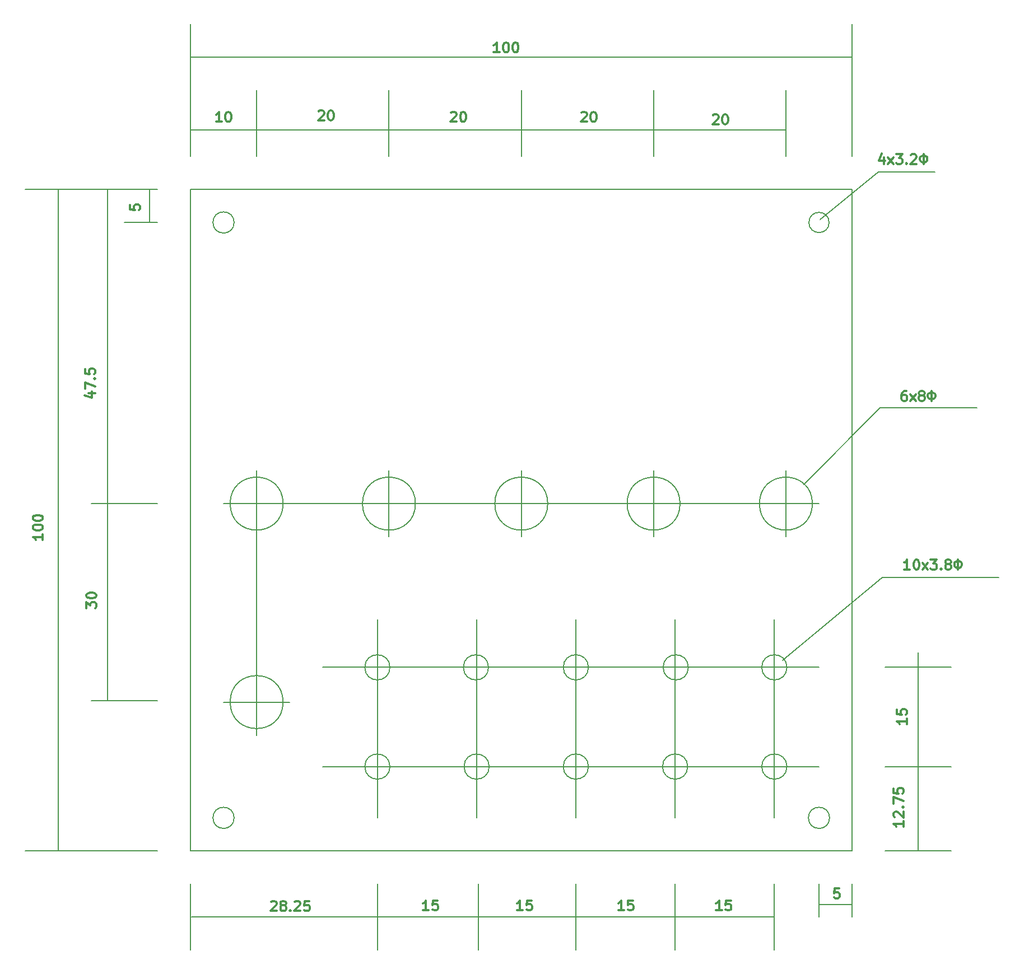
<source format=gbr>
G04 #@! TF.GenerationSoftware,KiCad,Pcbnew,(5.0.2)-1*
G04 #@! TF.CreationDate,2019-02-17T23:09:41+09:00*
G04 #@! TF.ProjectId,LrE-6_panel,4c72452d-365f-4706-916e-656c2e6b6963,rev?*
G04 #@! TF.SameCoordinates,Original*
G04 #@! TF.FileFunction,Drawing*
%FSLAX46Y46*%
G04 Gerber Fmt 4.6, Leading zero omitted, Abs format (unit mm)*
G04 Created by KiCad (PCBNEW (5.0.2)-1) date 2019/02/17 23:09:41*
%MOMM*%
%LPD*%
G01*
G04 APERTURE LIST*
%ADD10C,0.300000*%
%ADD11C,0.200000*%
G04 APERTURE END LIST*
D10*
X130314285Y-158978571D02*
X129457142Y-158978571D01*
X129885714Y-158978571D02*
X129885714Y-157478571D01*
X129742857Y-157692857D01*
X129600000Y-157835714D01*
X129457142Y-157907142D01*
X131671428Y-157478571D02*
X130957142Y-157478571D01*
X130885714Y-158192857D01*
X130957142Y-158121428D01*
X131100000Y-158050000D01*
X131457142Y-158050000D01*
X131600000Y-158121428D01*
X131671428Y-158192857D01*
X131742857Y-158335714D01*
X131742857Y-158692857D01*
X131671428Y-158835714D01*
X131600000Y-158907142D01*
X131457142Y-158978571D01*
X131100000Y-158978571D01*
X130957142Y-158907142D01*
X130885714Y-158835714D01*
X115514285Y-158978571D02*
X114657142Y-158978571D01*
X115085714Y-158978571D02*
X115085714Y-157478571D01*
X114942857Y-157692857D01*
X114800000Y-157835714D01*
X114657142Y-157907142D01*
X116871428Y-157478571D02*
X116157142Y-157478571D01*
X116085714Y-158192857D01*
X116157142Y-158121428D01*
X116300000Y-158050000D01*
X116657142Y-158050000D01*
X116800000Y-158121428D01*
X116871428Y-158192857D01*
X116942857Y-158335714D01*
X116942857Y-158692857D01*
X116871428Y-158835714D01*
X116800000Y-158907142D01*
X116657142Y-158978571D01*
X116300000Y-158978571D01*
X116157142Y-158907142D01*
X116085714Y-158835714D01*
X100214285Y-158978571D02*
X99357142Y-158978571D01*
X99785714Y-158978571D02*
X99785714Y-157478571D01*
X99642857Y-157692857D01*
X99500000Y-157835714D01*
X99357142Y-157907142D01*
X101571428Y-157478571D02*
X100857142Y-157478571D01*
X100785714Y-158192857D01*
X100857142Y-158121428D01*
X101000000Y-158050000D01*
X101357142Y-158050000D01*
X101500000Y-158121428D01*
X101571428Y-158192857D01*
X101642857Y-158335714D01*
X101642857Y-158692857D01*
X101571428Y-158835714D01*
X101500000Y-158907142D01*
X101357142Y-158978571D01*
X101000000Y-158978571D01*
X100857142Y-158907142D01*
X100785714Y-158835714D01*
X86014285Y-158978571D02*
X85157142Y-158978571D01*
X85585714Y-158978571D02*
X85585714Y-157478571D01*
X85442857Y-157692857D01*
X85300000Y-157835714D01*
X85157142Y-157907142D01*
X87371428Y-157478571D02*
X86657142Y-157478571D01*
X86585714Y-158192857D01*
X86657142Y-158121428D01*
X86800000Y-158050000D01*
X87157142Y-158050000D01*
X87300000Y-158121428D01*
X87371428Y-158192857D01*
X87442857Y-158335714D01*
X87442857Y-158692857D01*
X87371428Y-158835714D01*
X87300000Y-158907142D01*
X87157142Y-158978571D01*
X86800000Y-158978571D01*
X86657142Y-158907142D01*
X86585714Y-158835714D01*
X62171428Y-157721428D02*
X62242857Y-157650000D01*
X62385714Y-157578571D01*
X62742857Y-157578571D01*
X62885714Y-157650000D01*
X62957142Y-157721428D01*
X63028571Y-157864285D01*
X63028571Y-158007142D01*
X62957142Y-158221428D01*
X62100000Y-159078571D01*
X63028571Y-159078571D01*
X63885714Y-158221428D02*
X63742857Y-158150000D01*
X63671428Y-158078571D01*
X63600000Y-157935714D01*
X63600000Y-157864285D01*
X63671428Y-157721428D01*
X63742857Y-157650000D01*
X63885714Y-157578571D01*
X64171428Y-157578571D01*
X64314285Y-157650000D01*
X64385714Y-157721428D01*
X64457142Y-157864285D01*
X64457142Y-157935714D01*
X64385714Y-158078571D01*
X64314285Y-158150000D01*
X64171428Y-158221428D01*
X63885714Y-158221428D01*
X63742857Y-158292857D01*
X63671428Y-158364285D01*
X63600000Y-158507142D01*
X63600000Y-158792857D01*
X63671428Y-158935714D01*
X63742857Y-159007142D01*
X63885714Y-159078571D01*
X64171428Y-159078571D01*
X64314285Y-159007142D01*
X64385714Y-158935714D01*
X64457142Y-158792857D01*
X64457142Y-158507142D01*
X64385714Y-158364285D01*
X64314285Y-158292857D01*
X64171428Y-158221428D01*
X65100000Y-158935714D02*
X65171428Y-159007142D01*
X65100000Y-159078571D01*
X65028571Y-159007142D01*
X65100000Y-158935714D01*
X65100000Y-159078571D01*
X65742857Y-157721428D02*
X65814285Y-157650000D01*
X65957142Y-157578571D01*
X66314285Y-157578571D01*
X66457142Y-157650000D01*
X66528571Y-157721428D01*
X66600000Y-157864285D01*
X66600000Y-158007142D01*
X66528571Y-158221428D01*
X65671428Y-159078571D01*
X66600000Y-159078571D01*
X67957142Y-157578571D02*
X67242857Y-157578571D01*
X67171428Y-158292857D01*
X67242857Y-158221428D01*
X67385714Y-158150000D01*
X67742857Y-158150000D01*
X67885714Y-158221428D01*
X67957142Y-158292857D01*
X68028571Y-158435714D01*
X68028571Y-158792857D01*
X67957142Y-158935714D01*
X67885714Y-159007142D01*
X67742857Y-159078571D01*
X67385714Y-159078571D01*
X67242857Y-159007142D01*
X67171428Y-158935714D01*
D11*
X50200000Y-160000000D02*
X138250000Y-160000000D01*
X123250000Y-155000000D02*
X123250000Y-165000000D01*
X108250000Y-155000000D02*
X108250000Y-165000000D01*
X93500000Y-155000000D02*
X93500000Y-165000000D01*
X78250000Y-155000000D02*
X78250000Y-165000000D01*
X138250000Y-155000000D02*
X138250000Y-165000000D01*
X50000000Y-155000000D02*
X50000000Y-165000000D01*
D10*
X158278571Y-129985714D02*
X158278571Y-130842857D01*
X158278571Y-130414285D02*
X156778571Y-130414285D01*
X156992857Y-130557142D01*
X157135714Y-130700000D01*
X157207142Y-130842857D01*
X156778571Y-128628571D02*
X156778571Y-129342857D01*
X157492857Y-129414285D01*
X157421428Y-129342857D01*
X157350000Y-129200000D01*
X157350000Y-128842857D01*
X157421428Y-128700000D01*
X157492857Y-128628571D01*
X157635714Y-128557142D01*
X157992857Y-128557142D01*
X158135714Y-128628571D01*
X158207142Y-128700000D01*
X158278571Y-128842857D01*
X158278571Y-129200000D01*
X158207142Y-129342857D01*
X158135714Y-129414285D01*
X157778571Y-145471428D02*
X157778571Y-146328571D01*
X157778571Y-145900000D02*
X156278571Y-145900000D01*
X156492857Y-146042857D01*
X156635714Y-146185714D01*
X156707142Y-146328571D01*
X156421428Y-144900000D02*
X156350000Y-144828571D01*
X156278571Y-144685714D01*
X156278571Y-144328571D01*
X156350000Y-144185714D01*
X156421428Y-144114285D01*
X156564285Y-144042857D01*
X156707142Y-144042857D01*
X156921428Y-144114285D01*
X157778571Y-144971428D01*
X157778571Y-144042857D01*
X157635714Y-143400000D02*
X157707142Y-143328571D01*
X157778571Y-143400000D01*
X157707142Y-143471428D01*
X157635714Y-143400000D01*
X157778571Y-143400000D01*
X156278571Y-142828571D02*
X156278571Y-141828571D01*
X157778571Y-142471428D01*
X156278571Y-140542857D02*
X156278571Y-141257142D01*
X156992857Y-141328571D01*
X156921428Y-141257142D01*
X156850000Y-141114285D01*
X156850000Y-140757142D01*
X156921428Y-140614285D01*
X156992857Y-140542857D01*
X157135714Y-140471428D01*
X157492857Y-140471428D01*
X157635714Y-140542857D01*
X157707142Y-140614285D01*
X157778571Y-140757142D01*
X157778571Y-141114285D01*
X157707142Y-141257142D01*
X157635714Y-141328571D01*
D11*
X160000000Y-120000000D02*
X160000000Y-150000000D01*
X155000000Y-150000000D02*
X165000000Y-150000000D01*
D10*
X27678571Y-102100000D02*
X27678571Y-102957142D01*
X27678571Y-102528571D02*
X26178571Y-102528571D01*
X26392857Y-102671428D01*
X26535714Y-102814285D01*
X26607142Y-102957142D01*
X26178571Y-101171428D02*
X26178571Y-101028571D01*
X26250000Y-100885714D01*
X26321428Y-100814285D01*
X26464285Y-100742857D01*
X26750000Y-100671428D01*
X27107142Y-100671428D01*
X27392857Y-100742857D01*
X27535714Y-100814285D01*
X27607142Y-100885714D01*
X27678571Y-101028571D01*
X27678571Y-101171428D01*
X27607142Y-101314285D01*
X27535714Y-101385714D01*
X27392857Y-101457142D01*
X27107142Y-101528571D01*
X26750000Y-101528571D01*
X26464285Y-101457142D01*
X26321428Y-101385714D01*
X26250000Y-101314285D01*
X26178571Y-101171428D01*
X26178571Y-99742857D02*
X26178571Y-99600000D01*
X26250000Y-99457142D01*
X26321428Y-99385714D01*
X26464285Y-99314285D01*
X26750000Y-99242857D01*
X27107142Y-99242857D01*
X27392857Y-99314285D01*
X27535714Y-99385714D01*
X27607142Y-99457142D01*
X27678571Y-99600000D01*
X27678571Y-99742857D01*
X27607142Y-99885714D01*
X27535714Y-99957142D01*
X27392857Y-100028571D01*
X27107142Y-100100000D01*
X26750000Y-100100000D01*
X26464285Y-100028571D01*
X26321428Y-99957142D01*
X26250000Y-99885714D01*
X26178571Y-99742857D01*
D11*
X30000000Y-50000000D02*
X30000000Y-150000000D01*
X25000000Y-150000000D02*
X45000000Y-150000000D01*
D10*
X96700000Y-29278571D02*
X95842857Y-29278571D01*
X96271428Y-29278571D02*
X96271428Y-27778571D01*
X96128571Y-27992857D01*
X95985714Y-28135714D01*
X95842857Y-28207142D01*
X97628571Y-27778571D02*
X97771428Y-27778571D01*
X97914285Y-27850000D01*
X97985714Y-27921428D01*
X98057142Y-28064285D01*
X98128571Y-28350000D01*
X98128571Y-28707142D01*
X98057142Y-28992857D01*
X97985714Y-29135714D01*
X97914285Y-29207142D01*
X97771428Y-29278571D01*
X97628571Y-29278571D01*
X97485714Y-29207142D01*
X97414285Y-29135714D01*
X97342857Y-28992857D01*
X97271428Y-28707142D01*
X97271428Y-28350000D01*
X97342857Y-28064285D01*
X97414285Y-27921428D01*
X97485714Y-27850000D01*
X97628571Y-27778571D01*
X99057142Y-27778571D02*
X99200000Y-27778571D01*
X99342857Y-27850000D01*
X99414285Y-27921428D01*
X99485714Y-28064285D01*
X99557142Y-28350000D01*
X99557142Y-28707142D01*
X99485714Y-28992857D01*
X99414285Y-29135714D01*
X99342857Y-29207142D01*
X99200000Y-29278571D01*
X99057142Y-29278571D01*
X98914285Y-29207142D01*
X98842857Y-29135714D01*
X98771428Y-28992857D01*
X98700000Y-28707142D01*
X98700000Y-28350000D01*
X98771428Y-28064285D01*
X98842857Y-27921428D01*
X98914285Y-27850000D01*
X99057142Y-27778571D01*
D11*
X50000000Y-30000000D02*
X150000000Y-30000000D01*
X150000000Y-25000000D02*
X150000000Y-45000000D01*
D10*
X34278571Y-113314285D02*
X34278571Y-112385714D01*
X34850000Y-112885714D01*
X34850000Y-112671428D01*
X34921428Y-112528571D01*
X34992857Y-112457142D01*
X35135714Y-112385714D01*
X35492857Y-112385714D01*
X35635714Y-112457142D01*
X35707142Y-112528571D01*
X35778571Y-112671428D01*
X35778571Y-113100000D01*
X35707142Y-113242857D01*
X35635714Y-113314285D01*
X34278571Y-111457142D02*
X34278571Y-111314285D01*
X34350000Y-111171428D01*
X34421428Y-111100000D01*
X34564285Y-111028571D01*
X34850000Y-110957142D01*
X35207142Y-110957142D01*
X35492857Y-111028571D01*
X35635714Y-111100000D01*
X35707142Y-111171428D01*
X35778571Y-111314285D01*
X35778571Y-111457142D01*
X35707142Y-111600000D01*
X35635714Y-111671428D01*
X35492857Y-111742857D01*
X35207142Y-111814285D01*
X34850000Y-111814285D01*
X34564285Y-111742857D01*
X34421428Y-111671428D01*
X34350000Y-111600000D01*
X34278571Y-111457142D01*
X128957142Y-38821428D02*
X129028571Y-38750000D01*
X129171428Y-38678571D01*
X129528571Y-38678571D01*
X129671428Y-38750000D01*
X129742857Y-38821428D01*
X129814285Y-38964285D01*
X129814285Y-39107142D01*
X129742857Y-39321428D01*
X128885714Y-40178571D01*
X129814285Y-40178571D01*
X130742857Y-38678571D02*
X130885714Y-38678571D01*
X131028571Y-38750000D01*
X131100000Y-38821428D01*
X131171428Y-38964285D01*
X131242857Y-39250000D01*
X131242857Y-39607142D01*
X131171428Y-39892857D01*
X131100000Y-40035714D01*
X131028571Y-40107142D01*
X130885714Y-40178571D01*
X130742857Y-40178571D01*
X130600000Y-40107142D01*
X130528571Y-40035714D01*
X130457142Y-39892857D01*
X130385714Y-39607142D01*
X130385714Y-39250000D01*
X130457142Y-38964285D01*
X130528571Y-38821428D01*
X130600000Y-38750000D01*
X130742857Y-38678571D01*
X109057142Y-38421428D02*
X109128571Y-38350000D01*
X109271428Y-38278571D01*
X109628571Y-38278571D01*
X109771428Y-38350000D01*
X109842857Y-38421428D01*
X109914285Y-38564285D01*
X109914285Y-38707142D01*
X109842857Y-38921428D01*
X108985714Y-39778571D01*
X109914285Y-39778571D01*
X110842857Y-38278571D02*
X110985714Y-38278571D01*
X111128571Y-38350000D01*
X111200000Y-38421428D01*
X111271428Y-38564285D01*
X111342857Y-38850000D01*
X111342857Y-39207142D01*
X111271428Y-39492857D01*
X111200000Y-39635714D01*
X111128571Y-39707142D01*
X110985714Y-39778571D01*
X110842857Y-39778571D01*
X110700000Y-39707142D01*
X110628571Y-39635714D01*
X110557142Y-39492857D01*
X110485714Y-39207142D01*
X110485714Y-38850000D01*
X110557142Y-38564285D01*
X110628571Y-38421428D01*
X110700000Y-38350000D01*
X110842857Y-38278571D01*
X89357142Y-38421428D02*
X89428571Y-38350000D01*
X89571428Y-38278571D01*
X89928571Y-38278571D01*
X90071428Y-38350000D01*
X90142857Y-38421428D01*
X90214285Y-38564285D01*
X90214285Y-38707142D01*
X90142857Y-38921428D01*
X89285714Y-39778571D01*
X90214285Y-39778571D01*
X91142857Y-38278571D02*
X91285714Y-38278571D01*
X91428571Y-38350000D01*
X91500000Y-38421428D01*
X91571428Y-38564285D01*
X91642857Y-38850000D01*
X91642857Y-39207142D01*
X91571428Y-39492857D01*
X91500000Y-39635714D01*
X91428571Y-39707142D01*
X91285714Y-39778571D01*
X91142857Y-39778571D01*
X91000000Y-39707142D01*
X90928571Y-39635714D01*
X90857142Y-39492857D01*
X90785714Y-39207142D01*
X90785714Y-38850000D01*
X90857142Y-38564285D01*
X90928571Y-38421428D01*
X91000000Y-38350000D01*
X91142857Y-38278571D01*
X69357142Y-38221428D02*
X69428571Y-38150000D01*
X69571428Y-38078571D01*
X69928571Y-38078571D01*
X70071428Y-38150000D01*
X70142857Y-38221428D01*
X70214285Y-38364285D01*
X70214285Y-38507142D01*
X70142857Y-38721428D01*
X69285714Y-39578571D01*
X70214285Y-39578571D01*
X71142857Y-38078571D02*
X71285714Y-38078571D01*
X71428571Y-38150000D01*
X71500000Y-38221428D01*
X71571428Y-38364285D01*
X71642857Y-38650000D01*
X71642857Y-39007142D01*
X71571428Y-39292857D01*
X71500000Y-39435714D01*
X71428571Y-39507142D01*
X71285714Y-39578571D01*
X71142857Y-39578571D01*
X71000000Y-39507142D01*
X70928571Y-39435714D01*
X70857142Y-39292857D01*
X70785714Y-39007142D01*
X70785714Y-38650000D01*
X70857142Y-38364285D01*
X70928571Y-38221428D01*
X71000000Y-38150000D01*
X71142857Y-38078571D01*
X54714285Y-39778571D02*
X53857142Y-39778571D01*
X54285714Y-39778571D02*
X54285714Y-38278571D01*
X54142857Y-38492857D01*
X54000000Y-38635714D01*
X53857142Y-38707142D01*
X55642857Y-38278571D02*
X55785714Y-38278571D01*
X55928571Y-38350000D01*
X56000000Y-38421428D01*
X56071428Y-38564285D01*
X56142857Y-38850000D01*
X56142857Y-39207142D01*
X56071428Y-39492857D01*
X56000000Y-39635714D01*
X55928571Y-39707142D01*
X55785714Y-39778571D01*
X55642857Y-39778571D01*
X55500000Y-39707142D01*
X55428571Y-39635714D01*
X55357142Y-39492857D01*
X55285714Y-39207142D01*
X55285714Y-38850000D01*
X55357142Y-38564285D01*
X55428571Y-38421428D01*
X55500000Y-38350000D01*
X55642857Y-38278571D01*
D11*
X50000000Y-41000000D02*
X140000000Y-41000000D01*
X50000000Y-25000000D02*
X50000000Y-45000000D01*
D10*
X148057142Y-155678571D02*
X147342857Y-155678571D01*
X147271428Y-156392857D01*
X147342857Y-156321428D01*
X147485714Y-156250000D01*
X147842857Y-156250000D01*
X147985714Y-156321428D01*
X148057142Y-156392857D01*
X148128571Y-156535714D01*
X148128571Y-156892857D01*
X148057142Y-157035714D01*
X147985714Y-157107142D01*
X147842857Y-157178571D01*
X147485714Y-157178571D01*
X147342857Y-157107142D01*
X147271428Y-157035714D01*
D11*
X145000000Y-158100000D02*
X150000000Y-158100000D01*
D10*
X34578571Y-80800000D02*
X35578571Y-80800000D01*
X34007142Y-81157142D02*
X35078571Y-81514285D01*
X35078571Y-80585714D01*
X34078571Y-80157142D02*
X34078571Y-79157142D01*
X35578571Y-79800000D01*
X35435714Y-78585714D02*
X35507142Y-78514285D01*
X35578571Y-78585714D01*
X35507142Y-78657142D01*
X35435714Y-78585714D01*
X35578571Y-78585714D01*
X34078571Y-77157142D02*
X34078571Y-77871428D01*
X34792857Y-77942857D01*
X34721428Y-77871428D01*
X34650000Y-77728571D01*
X34650000Y-77371428D01*
X34721428Y-77228571D01*
X34792857Y-77157142D01*
X34935714Y-77085714D01*
X35292857Y-77085714D01*
X35435714Y-77157142D01*
X35507142Y-77228571D01*
X35578571Y-77371428D01*
X35578571Y-77728571D01*
X35507142Y-77871428D01*
X35435714Y-77942857D01*
X40878571Y-52342857D02*
X40878571Y-53057142D01*
X41592857Y-53128571D01*
X41521428Y-53057142D01*
X41450000Y-52914285D01*
X41450000Y-52557142D01*
X41521428Y-52414285D01*
X41592857Y-52342857D01*
X41735714Y-52271428D01*
X42092857Y-52271428D01*
X42235714Y-52342857D01*
X42307142Y-52414285D01*
X42378571Y-52557142D01*
X42378571Y-52914285D01*
X42307142Y-53057142D01*
X42235714Y-53128571D01*
D11*
X37500000Y-97500000D02*
X37500000Y-127100000D01*
X43800000Y-50000000D02*
X43800000Y-54900000D01*
X37500000Y-50000000D02*
X37500000Y-97500000D01*
X150000000Y-155000000D02*
X150000000Y-160000000D01*
X145000000Y-155000000D02*
X145000000Y-160000000D01*
X25000000Y-50000000D02*
X45000000Y-50000000D01*
X40000000Y-55000000D02*
X45000000Y-55000000D01*
D10*
X154807142Y-45178571D02*
X154807142Y-46178571D01*
X154450000Y-44607142D02*
X154092857Y-45678571D01*
X155021428Y-45678571D01*
X155450000Y-46178571D02*
X156235714Y-45178571D01*
X155450000Y-45178571D02*
X156235714Y-46178571D01*
X156664285Y-44678571D02*
X157592857Y-44678571D01*
X157092857Y-45250000D01*
X157307142Y-45250000D01*
X157450000Y-45321428D01*
X157521428Y-45392857D01*
X157592857Y-45535714D01*
X157592857Y-45892857D01*
X157521428Y-46035714D01*
X157450000Y-46107142D01*
X157307142Y-46178571D01*
X156878571Y-46178571D01*
X156735714Y-46107142D01*
X156664285Y-46035714D01*
X158235714Y-46035714D02*
X158307142Y-46107142D01*
X158235714Y-46178571D01*
X158164285Y-46107142D01*
X158235714Y-46035714D01*
X158235714Y-46178571D01*
X158878571Y-44821428D02*
X158950000Y-44750000D01*
X159092857Y-44678571D01*
X159450000Y-44678571D01*
X159592857Y-44750000D01*
X159664285Y-44821428D01*
X159735714Y-44964285D01*
X159735714Y-45107142D01*
X159664285Y-45321428D01*
X158807142Y-46178571D01*
X159735714Y-46178571D01*
X160807142Y-46178571D02*
X160807142Y-44678571D01*
X160664285Y-44892857D02*
X160950000Y-44892857D01*
X161164285Y-44964285D01*
X161307142Y-45107142D01*
X161378571Y-45250000D01*
X161378571Y-45535714D01*
X161307142Y-45678571D01*
X161164285Y-45821428D01*
X160950000Y-45892857D01*
X160664285Y-45892857D01*
X160450000Y-45821428D01*
X160307142Y-45678571D01*
X160235714Y-45535714D01*
X160235714Y-45250000D01*
X160307142Y-45107142D01*
X160450000Y-44964285D01*
X160664285Y-44892857D01*
D11*
X154000000Y-47400000D02*
X145200000Y-54600000D01*
X162500000Y-47400000D02*
X154000000Y-47400000D01*
X155000000Y-122250000D02*
X165000000Y-122250000D01*
X155000000Y-137250000D02*
X165000000Y-137250000D01*
X45000000Y-127250000D02*
X35000000Y-127250000D01*
X35000000Y-97500000D02*
X45000000Y-97500000D01*
X140000000Y-35000000D02*
X140000000Y-45000000D01*
X120000000Y-35000000D02*
X120000000Y-45000000D01*
X100000000Y-35000000D02*
X100000000Y-45000000D01*
X80000000Y-35000000D02*
X80000000Y-45000000D01*
X60000000Y-35000000D02*
X60000000Y-45000000D01*
D10*
X158735714Y-107478571D02*
X157878571Y-107478571D01*
X158307142Y-107478571D02*
X158307142Y-105978571D01*
X158164285Y-106192857D01*
X158021428Y-106335714D01*
X157878571Y-106407142D01*
X159664285Y-105978571D02*
X159807142Y-105978571D01*
X159950000Y-106050000D01*
X160021428Y-106121428D01*
X160092857Y-106264285D01*
X160164285Y-106550000D01*
X160164285Y-106907142D01*
X160092857Y-107192857D01*
X160021428Y-107335714D01*
X159950000Y-107407142D01*
X159807142Y-107478571D01*
X159664285Y-107478571D01*
X159521428Y-107407142D01*
X159450000Y-107335714D01*
X159378571Y-107192857D01*
X159307142Y-106907142D01*
X159307142Y-106550000D01*
X159378571Y-106264285D01*
X159450000Y-106121428D01*
X159521428Y-106050000D01*
X159664285Y-105978571D01*
X160664285Y-107478571D02*
X161450000Y-106478571D01*
X160664285Y-106478571D02*
X161450000Y-107478571D01*
X161878571Y-105978571D02*
X162807142Y-105978571D01*
X162307142Y-106550000D01*
X162521428Y-106550000D01*
X162664285Y-106621428D01*
X162735714Y-106692857D01*
X162807142Y-106835714D01*
X162807142Y-107192857D01*
X162735714Y-107335714D01*
X162664285Y-107407142D01*
X162521428Y-107478571D01*
X162092857Y-107478571D01*
X161950000Y-107407142D01*
X161878571Y-107335714D01*
X163450000Y-107335714D02*
X163521428Y-107407142D01*
X163450000Y-107478571D01*
X163378571Y-107407142D01*
X163450000Y-107335714D01*
X163450000Y-107478571D01*
X164378571Y-106621428D02*
X164235714Y-106550000D01*
X164164285Y-106478571D01*
X164092857Y-106335714D01*
X164092857Y-106264285D01*
X164164285Y-106121428D01*
X164235714Y-106050000D01*
X164378571Y-105978571D01*
X164664285Y-105978571D01*
X164807142Y-106050000D01*
X164878571Y-106121428D01*
X164950000Y-106264285D01*
X164950000Y-106335714D01*
X164878571Y-106478571D01*
X164807142Y-106550000D01*
X164664285Y-106621428D01*
X164378571Y-106621428D01*
X164235714Y-106692857D01*
X164164285Y-106764285D01*
X164092857Y-106907142D01*
X164092857Y-107192857D01*
X164164285Y-107335714D01*
X164235714Y-107407142D01*
X164378571Y-107478571D01*
X164664285Y-107478571D01*
X164807142Y-107407142D01*
X164878571Y-107335714D01*
X164950000Y-107192857D01*
X164950000Y-106907142D01*
X164878571Y-106764285D01*
X164807142Y-106692857D01*
X164664285Y-106621428D01*
X166021428Y-107478571D02*
X166021428Y-105978571D01*
X165878571Y-106192857D02*
X166164285Y-106192857D01*
X166378571Y-106264285D01*
X166521428Y-106407142D01*
X166592857Y-106550000D01*
X166592857Y-106835714D01*
X166521428Y-106978571D01*
X166378571Y-107121428D01*
X166164285Y-107192857D01*
X165878571Y-107192857D01*
X165664285Y-107121428D01*
X165521428Y-106978571D01*
X165450000Y-106835714D01*
X165450000Y-106550000D01*
X165521428Y-106407142D01*
X165664285Y-106264285D01*
X165878571Y-106192857D01*
D11*
X154600000Y-108700000D02*
X139500000Y-121200000D01*
X172200000Y-108700000D02*
X154600000Y-108700000D01*
D10*
X158178571Y-80478571D02*
X157892857Y-80478571D01*
X157750000Y-80550000D01*
X157678571Y-80621428D01*
X157535714Y-80835714D01*
X157464285Y-81121428D01*
X157464285Y-81692857D01*
X157535714Y-81835714D01*
X157607142Y-81907142D01*
X157750000Y-81978571D01*
X158035714Y-81978571D01*
X158178571Y-81907142D01*
X158250000Y-81835714D01*
X158321428Y-81692857D01*
X158321428Y-81335714D01*
X158250000Y-81192857D01*
X158178571Y-81121428D01*
X158035714Y-81050000D01*
X157750000Y-81050000D01*
X157607142Y-81121428D01*
X157535714Y-81192857D01*
X157464285Y-81335714D01*
X158821428Y-81978571D02*
X159607142Y-80978571D01*
X158821428Y-80978571D02*
X159607142Y-81978571D01*
X160392857Y-81121428D02*
X160250000Y-81050000D01*
X160178571Y-80978571D01*
X160107142Y-80835714D01*
X160107142Y-80764285D01*
X160178571Y-80621428D01*
X160250000Y-80550000D01*
X160392857Y-80478571D01*
X160678571Y-80478571D01*
X160821428Y-80550000D01*
X160892857Y-80621428D01*
X160964285Y-80764285D01*
X160964285Y-80835714D01*
X160892857Y-80978571D01*
X160821428Y-81050000D01*
X160678571Y-81121428D01*
X160392857Y-81121428D01*
X160250000Y-81192857D01*
X160178571Y-81264285D01*
X160107142Y-81407142D01*
X160107142Y-81692857D01*
X160178571Y-81835714D01*
X160250000Y-81907142D01*
X160392857Y-81978571D01*
X160678571Y-81978571D01*
X160821428Y-81907142D01*
X160892857Y-81835714D01*
X160964285Y-81692857D01*
X160964285Y-81407142D01*
X160892857Y-81264285D01*
X160821428Y-81192857D01*
X160678571Y-81121428D01*
X162035714Y-81978571D02*
X162035714Y-80478571D01*
X161892857Y-80692857D02*
X162178571Y-80692857D01*
X162392857Y-80764285D01*
X162535714Y-80907142D01*
X162607142Y-81050000D01*
X162607142Y-81335714D01*
X162535714Y-81478571D01*
X162392857Y-81621428D01*
X162178571Y-81692857D01*
X161892857Y-81692857D01*
X161678571Y-81621428D01*
X161535714Y-81478571D01*
X161464285Y-81335714D01*
X161464285Y-81050000D01*
X161535714Y-80907142D01*
X161678571Y-80764285D01*
X161892857Y-80692857D01*
D11*
X154200000Y-83000000D02*
X142700000Y-94600000D01*
X168900000Y-83000000D02*
X154200000Y-83000000D01*
X140150000Y-137250000D02*
G75*
G03X140150000Y-137250000I-1900000J0D01*
G01*
X140150000Y-122250000D02*
G75*
G03X140150000Y-122250000I-1900000J0D01*
G01*
X125150000Y-137250000D02*
G75*
G03X125150000Y-137250000I-1900000J0D01*
G01*
X125250000Y-122250000D02*
G75*
G03X125250000Y-122250000I-1900000J0D01*
G01*
X110150000Y-137250000D02*
G75*
G03X110150000Y-137250000I-1900000J0D01*
G01*
X110150000Y-122250000D02*
G75*
G03X110150000Y-122250000I-1900000J0D01*
G01*
X95150000Y-137250000D02*
G75*
G03X95150000Y-137250000I-1900000J0D01*
G01*
X95050000Y-122250000D02*
G75*
G03X95050000Y-122250000I-1900000J0D01*
G01*
X80150000Y-137250000D02*
G75*
G03X80150000Y-137250000I-1900000J0D01*
G01*
X80150000Y-122250000D02*
G75*
G03X80150000Y-122250000I-1900000J0D01*
G01*
X64000000Y-127500000D02*
G75*
G03X64000000Y-127500000I-4000000J0D01*
G01*
X144000000Y-97500000D02*
G75*
G03X144000000Y-97500000I-4000000J0D01*
G01*
X124000000Y-97500000D02*
G75*
G03X124000000Y-97500000I-4000000J0D01*
G01*
X104000000Y-97500000D02*
G75*
G03X104000000Y-97500000I-4000000J0D01*
G01*
X84000000Y-97500000D02*
G75*
G03X84000000Y-97500000I-4000000J0D01*
G01*
X64000000Y-97500000D02*
G75*
G03X64000000Y-97500000I-4000000J0D01*
G01*
X138250000Y-115000000D02*
X138250000Y-145000000D01*
X123250000Y-115000000D02*
X123250000Y-145000000D01*
X108250000Y-115000000D02*
X108250000Y-145000000D01*
X93250000Y-115000000D02*
X93250000Y-145000000D01*
X78250000Y-115000000D02*
X78250000Y-145000000D01*
X60000000Y-100000000D02*
X60000000Y-132500000D01*
X55000000Y-127500000D02*
X65000000Y-127500000D01*
X70000000Y-122250000D02*
X145000000Y-122250000D01*
X70000000Y-137250000D02*
X145000000Y-137250000D01*
X140000000Y-92500000D02*
X140000000Y-102500000D01*
X120000000Y-92500000D02*
X120000000Y-102500000D01*
X100000000Y-92500000D02*
X100000000Y-102500000D01*
X80000000Y-92500000D02*
X80000000Y-102500000D01*
X60000000Y-92500000D02*
X60000000Y-102500000D01*
X55000000Y-97500000D02*
X145000000Y-97500000D01*
X56600000Y-145000000D02*
G75*
G03X56600000Y-145000000I-1600000J0D01*
G01*
X146600000Y-145000000D02*
G75*
G03X146600000Y-145000000I-1600000J0D01*
G01*
X146523155Y-55000000D02*
G75*
G03X146523155Y-55000000I-1523155J0D01*
G01*
X56600000Y-55000000D02*
G75*
G03X56600000Y-55000000I-1600000J0D01*
G01*
X50000000Y-50000000D02*
X50000000Y-150000000D01*
X50000000Y-150000000D02*
X150000000Y-150000000D01*
X150000000Y-50000000D02*
X150000000Y-150000000D01*
X50000000Y-50000000D02*
X150000000Y-50000000D01*
M02*

</source>
